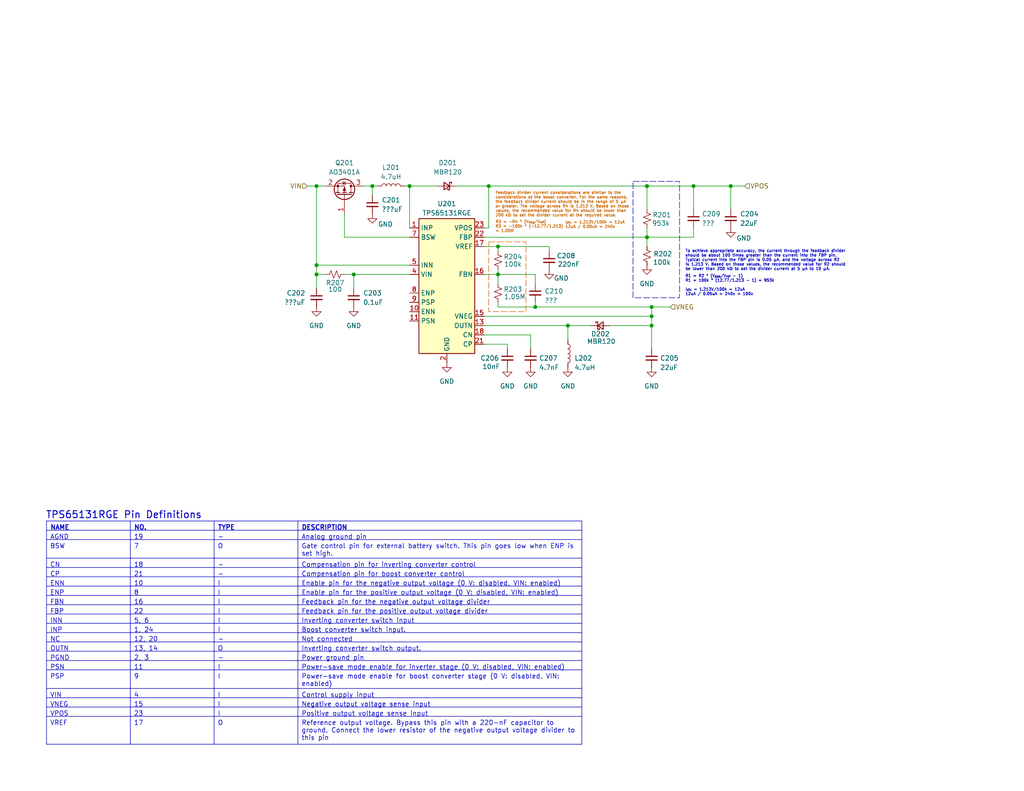
<source format=kicad_sch>
(kicad_sch (version 20250114) (generator "eeschema") (generator_version "9.0")
  (paper "A")
  (title_block (title "Dual Rail Boost Converter") (date "2026-02-17") (rev "1.0") (company "Jacob Wigent"))
  (lib_symbols
    (symbol "Device:C_Small" (pin_numbers (hide yes)) (pin_names (offset 0.254) (hide yes))
      (property "Reference" "C" (at 0.254 1.778 0))
      (property "Value" "C_Small" (at 0.254 -2.032 0))
      (symbol "C_Small_0_1"
        (polyline (pts (xy -1.524 0.508) (xy 1.524 0.508)) (stroke (width 0.3048)))
        (polyline (pts (xy -1.524 -0.508) (xy 1.524 -0.508)) (stroke (width 0.3302)))
      )
      (symbol "C_Small_1_1"
        (pin passive line (at 0 2.54 270) (length 2.032) (name "~") (number "1"))
        (pin passive line (at 0 -2.54 90) (length 2.032) (name "~") (number "2"))
      )
    )
    (symbol "Device:D_Schottky_Small" (pin_numbers (hide yes)) (pin_names (offset 0.254) (hide yes))
      (property "Reference" "D" (at -1.27 2.032 0))
      (property "Value" "D_Schottky_Small" (at -7.112 -2.032 0))
      (symbol "D_Schottky_Small_0_1"
        (polyline (pts (xy -1.27 0.762) (xy -1.27 1.016) (xy -0.762 1.016) (xy -0.762 -1.016) (xy -0.254 -1.016) (xy -0.254 -0.762)) (stroke (width 0.254)))
        (polyline (pts (xy -0.762 0) (xy 0.762 0)))
        (polyline (pts (xy 0.762 -1.016) (xy -0.762 0) (xy 0.762 1.016) (xy 0.762 -1.016)) (stroke (width 0.254)))
      )
      (symbol "D_Schottky_Small_1_1"
        (pin passive line (at -2.54 0 0) (length 1.778) (name "K") (number "1"))
        (pin passive line (at 2.54 0 180) (length 1.778) (name "A") (number "2"))
      )
    )
    (symbol "Device:L" (pin_numbers (hide yes)) (pin_names (offset 1.016) (hide yes))
      (property "Reference" "L" (at -1.27 0 90))
      (property "Value" "L" (at 1.905 0 90))
      (symbol "L_0_1"
        (arc (start 0 2.54) (mid 0.6323 1.905) (end 0 1.27))
        (arc (start 0 1.27) (mid 0.6323 0.635) (end 0 0))
        (arc (start 0 0) (mid 0.6323 -0.635) (end 0 -1.27))
        (arc (start 0 -1.27) (mid 0.6323 -1.905) (end 0 -2.54))
      )
      (symbol "L_1_1"
        (pin passive line (at 0 3.81 270) (length 1.27) (name "1") (number "1"))
        (pin passive line (at 0 -3.81 90) (length 1.27) (name "2") (number "2"))
      )
    )
    (symbol "Device:R_Small_US" (pin_numbers (hide yes)) (pin_names (offset 0.254) (hide yes))
      (property "Reference" "R" (at 0.762 0.508 0))
      (property "Value" "R_Small_US" (at 0.762 -1.016 0))
      (symbol "R_Small_US_1_1"
        (polyline (pts (xy 0 1.524) (xy 1.016 1.143) (xy 0 0.762) (xy -1.016 0.381) (xy 0 0)))
        (polyline (pts (xy 0 0) (xy 1.016 -0.381) (xy 0 -0.762) (xy -1.016 -1.143) (xy 0 -1.524)))
        (pin passive line (at 0 2.54 270) (length 1.016) (name "~") (number "1"))
        (pin passive line (at 0 -2.54 90) (length 1.016) (name "~") (number "2"))
      )
    )
    (symbol "Regulator_Switching:TPS65131RGE"
      (property "Reference" "U201" (at 0 21.844 0))
      (property "Value" "TPS65131RGE" (at 0 19.304 0))
      (symbol "TPS65131RGE_0_1"
        (rectangle (start -7.62 17.78) (end 7.62 -19.05) (stroke (width 0.254)) (fill (type background)))
      )
      (symbol "TPS65131RGE_1_1"
        (pin input line (at -10.16 15.24 0) (length 2.54) (name "INP") (number "1"))
        (pin input line (at -10.16 15.24 0) (length 2.54) (hide yes) (name "INP") (number "24"))
        (pin output line (at -10.16 12.7 0) (length 2.54) (name "BSW") (number "7"))
        (pin input line (at -10.16 5.08 0) (length 2.54) (name "INN") (number "5"))
        (pin input line (at -10.16 5.08 0) (length 2.54) (hide yes) (name "INN") (number "6"))
        (pin power_in line (at -10.16 2.54 0) (length 2.54) (name "VIN") (number "4"))
        (pin input line (at -10.16 -2.54 0) (length 2.54) (name "ENP") (number "8"))
        (pin input line (at -10.16 -5.08 0) (length 2.54) (name "PSP") (number "9"))
        (pin input line (at -10.16 -7.62 0) (length 2.54) (name "ENN") (number "10"))
        (pin input line (at -10.16 -10.16 0) (length 2.54) (name "PSN") (number "11"))
        (pin no_connect line (at -7.62 10.16 0) (length 2.54) (hide yes) (name "NC") (number "20"))
        (pin no_connect line (at -7.62 7.62 0) (length 2.54) (hide yes) (name "NC") (number "12"))
        (pin power_in line (at 0 -21.59 90) (length 2.54) (hide yes) (name "GND") (number "19"))
        (pin power_in line (at 0 -21.59 90) (length 2.54) (name "GND") (number "2"))
        (pin passive line (at 0 -21.59 90) (length 2.54) (hide yes) (name "EP") (number "25"))
        (pin passive line (at 0 -21.59 90) (length 2.54) (hide yes) (name "PGND") (number "3"))
        (pin input line (at 10.16 15.24 180) (length 2.54) (name "VPOS") (number "23"))
        (pin input line (at 10.16 12.7 180) (length 2.54) (name "FBP") (number "22"))
        (pin output line (at 10.16 10.16 180) (length 2.54) (name "VREF") (number "17"))
        (pin input line (at 10.16 2.54 180) (length 2.54) (name "FBN") (number "16"))
        (pin input line (at 10.16 -8.89 180) (length 2.54) (name "VNEG") (number "15"))
        (pin output line (at 10.16 -11.43 180) (length 2.54) (name "OUTN") (number "13"))
        (pin passive line (at 10.16 -11.43 180) (length 2.54) (hide yes) (name "OUTN") (number "14"))
        (pin passive line (at 10.16 -13.97 180) (length 2.54) (name "CN") (number "18"))
        (pin passive line (at 10.16 -16.51 180) (length 2.54) (name "CP") (number "21"))
      )
    )
    (symbol "Transistor_FET:AO3401A" (pin_names (hide yes))
      (property "Reference" "Q" (at 5.08 1.905 0))
      (property "Value" "AO3401A" (at 5.08 0 0))
      (symbol "AO3401A_0_1"
        (polyline (pts (xy 0.254 1.905) (xy 0.254 -1.905)) (stroke (width 0.254)))
        (polyline (pts (xy 0.254 0) (xy -2.54 0)))
        (polyline (pts (xy 0.762 2.286) (xy 0.762 1.27)) (stroke (width 0.254)))
        (polyline (pts (xy 0.762 1.778) (xy 3.302 1.778) (xy 3.302 -1.778) (xy 0.762 -1.778)))
        (polyline (pts (xy 0.762 0.508) (xy 0.762 -0.508)) (stroke (width 0.254)))
        (polyline (pts (xy 0.762 -1.27) (xy 0.762 -2.286)) (stroke (width 0.254)))
        (circle (center 1.651 0) (radius 2.794) (stroke (width 0.254)))
        (polyline (pts (xy 2.286 0) (xy 1.27 0.381) (xy 1.27 -0.381) (xy 2.286 0)) (fill (type outline)))
        (polyline (pts (xy 2.54 2.54) (xy 2.54 1.778)))
        (circle (center 2.54 1.778) (radius 0.254) (fill (type outline)))
        (circle (center 2.54 -1.778) (radius 0.254) (fill (type outline)))
        (polyline (pts (xy 2.54 -2.54) (xy 2.54 0) (xy 0.762 0)))
        (polyline (pts (xy 2.794 -0.508) (xy 2.921 -0.381) (xy 3.683 -0.381) (xy 3.81 -0.254)))
        (polyline (pts (xy 3.302 -0.381) (xy 2.921 0.254) (xy 3.683 0.254) (xy 3.302 -0.381)))
      )
      (symbol "AO3401A_1_1"
        (pin input line (at -5.08 0 0) (length 2.54) (name "G") (number "1"))
        (pin passive line (at 2.54 5.08 270) (length 2.54) (name "D") (number "3"))
        (pin passive line (at 2.54 -5.08 90) (length 2.54) (name "S") (number "2"))
      )
    )
    (symbol "power:GND" (power) (pin_numbers (hide yes)) (pin_names (offset 0) (hide yes))
      (property "Value" "GND" (at 0 -3.81 0))
      (symbol "GND_0_1"
        (polyline (pts (xy 0 0) (xy 0 -1.27) (xy 1.27 -1.27) (xy 0 -2.54) (xy -1.27 -1.27) (xy 0 -1.27)))
      )
      (symbol "GND_1_1"
        (pin power_in line (at 0 0 270) (length 0) (name "~") (number "1"))
      )
    )
  )
  (rectangle (start 133.35 66.04) (end 143.51 85.09) (stroke (width 0) (type dash) (color 204 102 0 1)))
  (rectangle (start 172.72 49.53) (end 185.42 81.28) (stroke (width 0) (type dash)))
  (text "R1 = R2 * (V_{pos}/V_{ref} - 1)\nR1 = 100k * (12.77/1.213 - 1) = 953k\n\nI_{div} = 1.213V/100k = 12uA\n12uA / 0.05uA = 240x > 100x" (at 186.944 77.978 0) (effects (font (size 0.762 0.762) (thickness 0.1524) (bold yes)) (justify left)))
  (text "I_{div} = 1.213V/100k = 12uA\n12uA / 0.05uA = 240x" (at 154.178 61.468 0) (effects (font (size 0.762 0.762)) (justify left)))
  (text "R3 = -R4 * (V_{neg}/V_{ref})\nR3 = -100k * (-12.77/1.213)\n= 1.05M" (at 135.128 61.976 0) (effects (font (size 0.762 0.762) (thickness 0.1524) (bold yes)) (justify left)))
  (text "TPS65131RGE Pin Definitions" (at 12.446 140.716 0) (effects (font (size 1.905 1.905) (thickness 0.254) (bold yes)) (justify left)))
  (text "To achieve appropriate accuracy, the current through the feedback divider\nshould be about 100 times greater than the current into the FBP pin.\nTypical current into the FBP pin is 0.05 µA, and the voltage across R2 \nis 1.213 V. Based on those values, the recommended value for R2 should\nbe lower than 200 kΩ to set the divider current at 5 µA to 10 µA." (at 186.944 71.12 0) (effects (font (size 0.762 0.762)) (justify left)))
  (text "Feedback divider current considerations are similar to the\nconsiderations at the boost converter. For the same reasons,\nthe feedback divider current should be in the range of 5 µA\nor greater. The voltage across R4 is 1.213 V. Based on those\nvalues, the recommended value for R4 should be lower than\n200 kΩ to set the divider current at the required value." (at 135.128 55.88 0) (effects (font (size 0.762 0.762)) (justify left)))
  (junction (at 176.53 64.77))
  (junction (at 86.36 72.39))
  (junction (at 189.23 50.8))
  (junction (at 177.8 83.82))
  (junction (at 177.8 88.9))
  (junction (at 86.36 74.93))
  (junction (at 146.05 83.82))
  (junction (at 176.53 50.8))
  (junction (at 111.76 50.8))
  (junction (at 135.89 67.31))
  (junction (at 86.36 50.8))
  (junction (at 133.35 50.8))
  (junction (at 96.52 74.93))
  (junction (at 154.94 88.9))
  (junction (at 199.39 50.8))
  (junction (at 135.89 74.93))
  (junction (at 101.6 50.8))
  (junction (at 177.8 86.36))
  (wire (pts (xy 135.89 73.66) (xy 135.89 74.93)))
  (wire (pts (xy 135.89 83.82) (xy 146.05 83.82)))
  (wire (pts (xy 146.05 83.82) (xy 177.8 83.82)))
  (wire (pts (xy 86.36 74.93) (xy 88.9 74.93)))
  (wire (pts (xy 199.39 57.15) (xy 199.39 50.8)))
  (wire (pts (xy 154.94 88.9) (xy 154.94 92.71)))
  (wire (pts (xy 149.86 67.31) (xy 149.86 68.58)))
  (wire (pts (xy 132.08 93.98) (xy 138.43 93.98)))
  (wire (pts (xy 101.6 50.8) (xy 101.6 53.34)))
  (wire (pts (xy 132.08 91.44) (xy 144.78 91.44)))
  (wire (pts (xy 189.23 57.15) (xy 189.23 50.8)))
  (wire (pts (xy 93.98 64.77) (xy 111.76 64.77)))
  (wire (pts (xy 189.23 50.8) (xy 199.39 50.8)))
  (wire (pts (xy 96.52 74.93) (xy 96.52 78.74)))
  (wire (pts (xy 154.94 88.9) (xy 161.29 88.9)))
  (wire (pts (xy 96.52 74.93) (xy 111.76 74.93)))
  (wire (pts (xy 199.39 50.8) (xy 203.2 50.8)))
  (wire (pts (xy 132.08 74.93) (xy 135.89 74.93)))
  (wire (pts (xy 86.36 72.39) (xy 111.76 72.39)))
  (wire (pts (xy 132.08 64.77) (xy 176.53 64.77)))
  (wire (pts (xy 111.76 50.8) (xy 110.49 50.8)))
  (wire (pts (xy 135.89 77.47) (xy 135.89 74.93)))
  (wire (pts (xy 146.05 77.47) (xy 146.05 74.93)))
  (wire (pts (xy 177.8 83.82) (xy 177.8 86.36)))
  (wire (pts (xy 138.43 93.98) (xy 138.43 95.25)))
  (wire (pts (xy 86.36 74.93) (xy 86.36 78.74)))
  (wire (pts (xy 166.37 88.9) (xy 177.8 88.9)))
  (wire (pts (xy 132.08 62.23) (xy 133.35 62.23)))
  (wire (pts (xy 189.23 64.77) (xy 189.23 62.23)))
  (wire (pts (xy 133.35 62.23) (xy 133.35 50.8)))
  (wire (pts (xy 83.82 50.8) (xy 86.36 50.8)))
  (wire (pts (xy 93.98 74.93) (xy 96.52 74.93)))
  (wire (pts (xy 146.05 74.93) (xy 135.89 74.93)))
  (wire (pts (xy 101.6 50.8) (xy 99.06 50.8)))
  (wire (pts (xy 86.36 72.39) (xy 86.36 74.93)))
  (wire (pts (xy 86.36 50.8) (xy 86.36 72.39)))
  (wire (pts (xy 133.35 50.8) (xy 176.53 50.8)))
  (wire (pts (xy 135.89 67.31) (xy 149.86 67.31)))
  (wire (pts (xy 176.53 50.8) (xy 189.23 50.8)))
  (wire (pts (xy 176.53 64.77) (xy 176.53 67.31)))
  (wire (pts (xy 86.36 50.8) (xy 88.9 50.8)))
  (wire (pts (xy 177.8 86.36) (xy 177.8 88.9)))
  (wire (pts (xy 111.76 50.8) (xy 111.76 62.23)))
  (wire (pts (xy 111.76 50.8) (xy 119.38 50.8)))
  (wire (pts (xy 146.05 82.55) (xy 146.05 83.82)))
  (wire (pts (xy 177.8 88.9) (xy 177.8 95.25)))
  (wire (pts (xy 176.53 64.77) (xy 189.23 64.77)))
  (wire (pts (xy 132.08 67.31) (xy 135.89 67.31)))
  (wire (pts (xy 102.87 50.8) (xy 101.6 50.8)))
  (wire (pts (xy 135.89 83.82) (xy 135.89 82.55)))
  (wire (pts (xy 132.08 88.9) (xy 154.94 88.9)))
  (wire (pts (xy 177.8 83.82) (xy 182.88 83.82)))
  (wire (pts (xy 133.35 50.8) (xy 124.46 50.8)))
  (wire (pts (xy 144.78 91.44) (xy 144.78 95.25)))
  (wire (pts (xy 176.53 57.15) (xy 176.53 50.8)))
  (wire (pts (xy 132.08 86.36) (xy 177.8 86.36)))
  (wire (pts (xy 176.53 62.23) (xy 176.53 64.77)))
  (wire (pts (xy 135.89 67.31) (xy 135.89 68.58)))
  (wire (pts (xy 93.98 64.77) (xy 93.98 58.42)))
  (table (column_count 4) (border (external yes) (header yes)) (separators (rows yes) (cols yes)) (column_widths 22.86 22.86 22.86 77.47) (row_heights 2.54 2.54 5.08 2.54 2.54 2.54 2.54 2.54 2.54 2.54 2.54 2.54 2.54 2.54 2.54 5.08 2.54 2.54 2.54 7.62) (cells (table_cell "NAME" (at 12.7 142.24 0) (size 22.86 2.54) (margins 0.9525 0.9525 0.9525 0.9525) (span 1 1)) (table_cell "NO." (at 35.56 142.24 0) (size 22.86 2.54) (margins 0.9525 0.9525 0.9525 0.9525) (span 1 1)) (table_cell "TYPE" (at 58.42 142.24 0) (size 22.86 2.54) (margins 0.9525 0.9525 0.9525 0.9525) (span 1 1)) (table_cell "DESCRIPTION" (at 81.28 142.24 0) (size 77.47 2.54) (margins 0.9525 0.9525 0.9525 0.9525) (span 1 1)) (table_cell "AGND" (at 12.7 144.78 0) (size 22.86 2.54) (margins 0.9525 0.9525 0.9525 0.9525) (span 1 1)) (table_cell "19" (at 35.56 144.78 0) (size 22.86 2.54) (margins 0.9525 0.9525 0.9525 0.9525) (span 1 1)) (table_cell "-" (at 58.42 144.78 0) (size 22.86 2.54) (margins 0.9525 0.9525 0.9525 0.9525) (span 1 1)) (table_cell "Analog ground pin" (at 81.28 144.78 0) (size 77.47 2.54) (margins 0.9525 0.9525 0.9525 0.9525) (span 1 1)) (table_cell "BSW" (at 12.7 147.32 0) (size 22.86 5.08) (margins 0.9525 0.9525 0.9525 0.9525) (span 1 1)) (table_cell "7" (at 35.56 147.32 0) (size 22.86 5.08) (margins 0.9525 0.9525 0.9525 0.9525) (span 1 1)) (table_cell "O" (at 58.42 147.32 0) (size 22.86 5.08) (margins 0.9525 0.9525 0.9525 0.9525) (span 1 1)) (table_cell "Gate control pin for external battery switch. This pin goes low when ENP is set high." (at 81.28 147.32 0) (size 77.47 5.08) (margins 0.9525 0.9525 0.9525 0.9525) (span 1 1)) (table_cell "CN" (at 12.7 152.4 0) (size 22.86 2.54) (margins 0.9525 0.9525 0.9525 0.9525) (span 1 1)) (table_cell "18" (at 35.56 152.4 0) (size 22.86 2.54) (margins 0.9525 0.9525 0.9525 0.9525) (span 1 1)) (table_cell "-" (at 58.42 152.4 0) (size 22.86 2.54) (margins 0.9525 0.9525 0.9525 0.9525) (span 1 1)) (table_cell "Compensation pin for inverting converter control" (at 81.28 152.4 0) (size 77.47 2.54) (margins 0.9525 0.9525 0.9525 0.9525) (span 1 1)) (table_cell "CP" (at 12.7 154.94 0) (size 22.86 2.54) (margins 0.9525 0.9525 0.9525 0.9525) (span 1 1)) (table_cell "21" (at 35.56 154.94 0) (size 22.86 2.54) (margins 0.9525 0.9525 0.9525 0.9525) (span 1 1)) (table_cell "-" (at 58.42 154.94 0) (size 22.86 2.54) (margins 0.9525 0.9525 0.9525 0.9525) (span 1 1)) (table_cell "Compensation pin for boost converter control" (at 81.28 154.94 0) (size 77.47 2.54) (margins 0.9525 0.9525 0.9525 0.9525) (span 1 1)) (table_cell "ENN" (at 12.7 157.48 0) (size 22.86 2.54) (margins 0.9525 0.9525 0.9525 0.9525) (span 1 1)) (table_cell "10" (at 35.56 157.48 0) (size 22.86 2.54) (margins 0.9525 0.9525 0.9525 0.9525) (span 1 1)) (table_cell "I" (at 58.42 157.48 0) (size 22.86 2.54) (margins 0.9525 0.9525 0.9525 0.9525) (span 1 1)) (table_cell "Enable pin for the negative output voltage (0 V: disabled, VIN: enabled)" (at 81.28 157.48 0) (size 77.47 2.54) (margins 0.9525 0.9525 0.9525 0.9525) (span 1 1)) (table_cell "ENP" (at 12.7 160.02 0) (size 22.86 2.54) (margins 0.9525 0.9525 0.9525 0.9525) (span 1 1)) (table_cell "8" (at 35.56 160.02 0) (size 22.86 2.54) (margins 0.9525 0.9525 0.9525 0.9525) (span 1 1)) (table_cell "I" (at 58.42 160.02 0) (size 22.86 2.54) (margins 0.9525 0.9525 0.9525 0.9525) (span 1 1)) (table_cell "Enable pin for the positive output voltage (0 V: disabled, VIN: enabled)" (at 81.28 160.02 0) (size 77.47 2.54) (margins 0.9525 0.9525 0.9525 0.9525) (span 1 1)) (table_cell "FBN" (at 12.7 162.56 0) (size 22.86 2.54) (margins 0.9525 0.9525 0.9525 0.9525) (span 1 1)) (table_cell "16" (at 35.56 162.56 0) (size 22.86 2.54) (margins 0.9525 0.9525 0.9525 0.9525) (span 1 1)) (table_cell "I" (at 58.42 162.56 0) (size 22.86 2.54) (margins 0.9525 0.9525 0.9525 0.9525) (span 1 1)) (table_cell "Feedback pin for the negative output voltage divider" (at 81.28 162.56 0) (size 77.47 2.54) (margins 0.9525 0.9525 0.9525 0.9525) (span 1 1)) (table_cell "FBP" (at 12.7 165.1 0) (size 22.86 2.54) (margins 0.9525 0.9525 0.9525 0.9525) (span 1 1)) (table_cell "22" (at 35.56 165.1 0) (size 22.86 2.54) (margins 0.9525 0.9525 0.9525 0.9525) (span 1 1)) (table_cell "I" (at 58.42 165.1 0) (size 22.86 2.54) (margins 0.9525 0.9525 0.9525 0.9525) (span 1 1)) (table_cell "Feedback pin for the positive output voltage divider" (at 81.28 165.1 0) (size 77.47 2.54) (margins 0.9525 0.9525 0.9525 0.9525) (span 1 1)) (table_cell "INN" (at 12.7 167.64 0) (size 22.86 2.54) (margins 0.9525 0.9525 0.9525 0.9525) (span 1 1)) (table_cell "5, 6" (at 35.56 167.64 0) (size 22.86 2.54) (margins 0.9525 0.9525 0.9525 0.9525) (span 1 1)) (table_cell "I" (at 58.42 167.64 0) (size 22.86 2.54) (margins 0.9525 0.9525 0.9525 0.9525) (span 1 1)) (table_cell "Inverting converter switch input" (at 81.28 167.64 0) (size 77.47 2.54) (margins 0.9525 0.9525 0.9525 0.9525) (span 1 1)) (table_cell "INP" (at 12.7 170.18 0) (size 22.86 2.54) (margins 0.9525 0.9525 0.9525 0.9525) (span 1 1)) (table_cell "1, 24" (at 35.56 170.18 0) (size 22.86 2.54) (margins 0.9525 0.9525 0.9525 0.9525) (span 1 1)) (table_cell "I" (at 58.42 170.18 0) (size 22.86 2.54) (margins 0.9525 0.9525 0.9525 0.9525) (span 1 1)) (table_cell "Boost converter switch input." (at 81.28 170.18 0) (size 77.47 2.54) (margins 0.9525 0.9525 0.9525 0.9525) (span 1 1)) (table_cell "NC" (at 12.7 172.72 0) (size 22.86 2.54) (margins 0.9525 0.9525 0.9525 0.9525) (span 1 1)) (table_cell "12, 20" (at 35.56 172.72 0) (size 22.86 2.54) (margins 0.9525 0.9525 0.9525 0.9525) (span 1 1)) (table_cell "-" (at 58.42 172.72 0) (size 22.86 2.54) (margins 0.9525 0.9525 0.9525 0.9525) (span 1 1)) (table_cell "Not connected" (at 81.28 172.72 0) (size 77.47 2.54) (margins 0.9525 0.9525 0.9525 0.9525) (span 1 1)) (table_cell "OUTN" (at 12.7 175.26 0) (size 22.86 2.54) (margins 0.9525 0.9525 0.9525 0.9525) (span 1 1)) (table_cell "13, 14" (at 35.56 175.26 0) (size 22.86 2.54) (margins 0.9525 0.9525 0.9525 0.9525) (span 1 1)) (table_cell "O" (at 58.42 175.26 0) (size 22.86 2.54) (margins 0.9525 0.9525 0.9525 0.9525) (span 1 1)) (table_cell "Inverting converter switch output." (at 81.28 175.26 0) (size 77.47 2.54) (margins 0.9525 0.9525 0.9525 0.9525) (span 1 1)) (table_cell "PGND" (at 12.7 177.8 0) (size 22.86 2.54) (margins 0.9525 0.9525 0.9525 0.9525) (span 1 1)) (table_cell "2, 3" (at 35.56 177.8 0) (size 22.86 2.54) (margins 0.9525 0.9525 0.9525 0.9525) (span 1 1)) (table_cell "-" (at 58.42 177.8 0) (size 22.86 2.54) (margins 0.9525 0.9525 0.9525 0.9525) (span 1 1)) (table_cell "Power ground pin" (at 81.28 177.8 0) (size 77.47 2.54) (margins 0.9525 0.9525 0.9525 0.9525) (span 1 1)) (table_cell "PSN" (at 12.7 180.34 0) (size 22.86 2.54) (margins 0.9525 0.9525 0.9525 0.9525) (span 1 1)) (table_cell "11" (at 35.56 180.34 0) (size 22.86 2.54) (margins 0.9525 0.9525 0.9525 0.9525) (span 1 1)) (table_cell "I" (at 58.42 180.34 0) (size 22.86 2.54) (margins 0.9525 0.9525 0.9525 0.9525) (span 1 1)) (table_cell "Power-save mode enable for inverter stage (0 V: disabled, VIN: enabled)" (at 81.28 180.34 0) (size 77.47 2.54) (margins 0.9525 0.9525 0.9525 0.9525) (span 1 1)) (table_cell "PSP" (at 12.7 182.88 0) (size 22.86 5.08) (margins 0.9525 0.9525 0.9525 0.9525) (span 1 1)) (table_cell "9" (at 35.56 182.88 0) (size 22.86 5.08) (margins 0.9525 0.9525 0.9525 0.9525) (span 1 1)) (table_cell "I" (at 58.42 182.88 0) (size 22.86 5.08) (margins 0.9525 0.9525 0.9525 0.9525) (span 1 1)) (table_cell "Power-save mode enable for boost converter stage (0 V: disabled, VIN: enabled)" (at 81.28 182.88 0) (size 77.47 5.08) (margins 0.9525 0.9525 0.9525 0.9525) (span 1 1)) (table_cell "VIN" (at 12.7 187.96 0) (size 22.86 2.54) (margins 0.9525 0.9525 0.9525 0.9525) (span 1 1)) (table_cell "4" (at 35.56 187.96 0) (size 22.86 2.54) (margins 0.9525 0.9525 0.9525 0.9525) (span 1 1)) (table_cell "I" (at 58.42 187.96 0) (size 22.86 2.54) (margins 0.9525 0.9525 0.9525 0.9525) (span 1 1)) (table_cell "Control supply input" (at 81.28 187.96 0) (size 77.47 2.54) (margins 0.9525 0.9525 0.9525 0.9525) (span 1 1)) (table_cell "VNEG" (at 12.7 190.5 0) (size 22.86 2.54) (margins 0.9525 0.9525 0.9525 0.9525) (span 1 1)) (table_cell "15" (at 35.56 190.5 0) (size 22.86 2.54) (margins 0.9525 0.9525 0.9525 0.9525) (span 1 1)) (table_cell "I" (at 58.42 190.5 0) (size 22.86 2.54) (margins 0.9525 0.9525 0.9525 0.9525) (span 1 1)) (table_cell "Negative output voltage sense input" (at 81.28 190.5 0) (size 77.47 2.54) (margins 0.9525 0.9525 0.9525 0.9525) (span 1 1)) (table_cell "VPOS" (at 12.7 193.04 0) (size 22.86 2.54) (margins 0.9525 0.9525 0.9525 0.9525) (span 1 1)) (table_cell "23" (at 35.56 193.04 0) (size 22.86 2.54) (margins 0.9525 0.9525 0.9525 0.9525) (span 1 1)) (table_cell "I" (at 58.42 193.04 0) (size 22.86 2.54) (margins 0.9525 0.9525 0.9525 0.9525) (span 1 1)) (table_cell "Positive output voltage sense input" (at 81.28 193.04 0) (size 77.47 2.54) (margins 0.9525 0.9525 0.9525 0.9525) (span 1 1)) (table_cell "VREF" (at 12.7 195.58 0) (size 22.86 7.62) (margins 0.9525 0.9525 0.9525 0.9525) (span 1 1)) (table_cell "17" (at 35.56 195.58 0) (size 22.86 7.62) (margins 0.9525 0.9525 0.9525 0.9525) (span 1 1)) (table_cell "O" (at 58.42 195.58 0) (size 22.86 7.62) (margins 0.9525 0.9525 0.9525 0.9525) (span 1 1)) (table_cell "Reference output voltage. Bypass this pin with a 220-nF capacitor to ground. Connect the lower resistor of the negative output voltage divider to this pin" (at 81.28 195.58 0) (size 77.47 7.62) (margins 0.9525 0.9525 0.9525 0.9525) (span 1 1))))
  (hierarchical_label "VIN" (shape input) (at 83.82 50.8 180))
  (hierarchical_label "VPOS" (shape input) (at 203.2 50.8 0))
  (hierarchical_label "VNEG" (shape input) (at 182.88 83.82 0))
  (symbol (lib_id "Device:L") (at 106.68 50.8 90) (unit 1)
    (property "Reference" "L201" (at 106.68 45.72 90))
    (property "Value" "4.7uH" (at 106.68 48.26 90))
    (property "Datasheet" "https://www.digikey.com/en/products/detail/epcos-tdk-electronics/B82462G4472M000/723768" (effects (hide yes)))
    (property "Description" "Inductor" (effects (hide yes)))
  )
  (symbol (lib_id "Device:R_Small_US") (at 176.53 69.85 180) (unit 1)
    (property "Reference" "R202" (at 180.848 69.342 0))
    (property "Value" "100k" (at 180.594 71.628 0))
    (property "Description" "Resistor, small US symbol" (effects (hide yes)))
  )
  (symbol (lib_id "Device:D_Schottky_Small") (at 121.92 50.8 0) (mirror y) (unit 1)
    (property "Reference" "D201" (at 122.174 44.45 0))
    (property "Value" "MBR120" (at 122.174 46.99 0))
    (property "Footprint" "Diode_SMD:D_SOD-123F" (effects (hide yes)))
    (property "Datasheet" "https://www.digikey.com/en/products/detail/onsemi/MBR120VLSFT1G/893861" (effects (hide yes)))
    (property "Description" "Schottky diode, small symbol" (effects (hide yes)))
  )
  (symbol (lib_id "power:GND") (at 121.92 99.06 0) (unit 1)
    (property "Reference" "#PWR0207" (effects (hide yes)))
    (property "Value" "GND" (at 121.92 104.14 0))
    (property "Description" "Power symbol creates a global label with name \"GND\" , ground" (effects (hide yes)))
  )
  (symbol (lib_id "Device:R_Small_US") (at 176.53 59.69 180) (unit 1)
    (property "Reference" "R201" (at 180.594 58.674 0))
    (property "Value" "953k" (at 180.34 60.96 0))
    (property "Description" "Resistor, small US symbol" (effects (hide yes)))
  )
  (symbol (lib_id "power:GND") (at 96.52 83.82 0) (unit 1)
    (property "Reference" "#PWR0206" (effects (hide yes)))
    (property "Value" "GND" (at 96.52 88.9 0))
    (property "Description" "Power symbol creates a global label with name \"GND\" , ground" (effects (hide yes)))
  )
  (symbol (lib_id "Device:C_Small") (at 199.39 59.69 0) (unit 1)
    (property "Reference" "C204" (at 201.93 58.4262 0) (effects (justify left)))
    (property "Value" "22uF" (at 201.93 60.9662 0) (effects (justify left)))
    (property "Description" "Ceramic X7R" (effects (hide yes)))
  )
  (symbol (lib_id "power:GND") (at 199.39 62.23 0) (unit 1)
    (property "Reference" "#PWR0202" (effects (hide yes)))
    (property "Value" "GND" (at 202.946 65.024 0))
    (property "Description" "Power symbol creates a global label with name \"GND\" , ground" (effects (hide yes)))
  )
  (symbol (lib_id "Device:R_Small_US") (at 135.89 80.01 180) (unit 1)
    (property "Reference" "R203" (at 139.954 78.994 0))
    (property "Value" "1.05M" (at 140.462 81.026 0))
    (property "Description" "Resistor, small US symbol" (effects (hide yes)))
  )
  (symbol (lib_id "Device:C_Small") (at 189.23 59.69 0) (unit 1)
    (property "Reference" "C209" (at 191.516 58.42 0) (effects (justify left)))
    (property "Value" "???" (at 191.516 60.96 0) (effects (justify left)))
    (property "Description" "Unpolarized capacitor, small symbol" (effects (hide yes)))
  )
  (symbol (lib_id "power:GND") (at 154.94 100.33 0) (unit 1)
    (property "Reference" "#PWR0210" (effects (hide yes)))
    (property "Value" "GND" (at 154.94 105.41 0))
    (property "Description" "Power symbol creates a global label with name \"GND\" , ground" (effects (hide yes)))
  )
  (symbol (lib_id "Device:R_Small_US") (at 135.89 71.12 180) (unit 1)
    (property "Reference" "R204" (at 139.954 70.104 0))
    (property "Value" "100k" (at 139.954 72.136 0))
    (property "Description" "Resistor, small US symbol" (effects (hide yes)))
  )
  (symbol (lib_id "Device:C_Small") (at 144.78 97.79 0) (unit 1)
    (property "Reference" "C207" (at 147.066 97.79 0) (effects (justify left)))
    (property "Value" "4.7nF" (at 147.066 100.33 0) (effects (justify left)))
    (property "Description" "Ceramic C0G" (effects (hide yes)))
  )
  (symbol (lib_id "power:GND") (at 101.6 58.42 0) (unit 1)
    (property "Reference" "#PWR0201" (effects (hide yes)))
    (property "Value" "GND" (at 105.156 61.214 0))
    (property "Description" "Power symbol creates a global label with name \"GND\" , ground" (effects (hide yes)))
  )
  (symbol (lib_id "power:GND") (at 176.53 72.39 0) (unit 1)
    (property "Reference" "#PWR0204" (effects (hide yes)))
    (property "Value" "GND" (at 176.53 77.47 0))
    (property "Description" "Power symbol creates a global label with name \"GND\" , ground" (effects (hide yes)))
  )
  (symbol (lib_id "Device:C_Small") (at 86.36 81.28 0) (mirror y) (unit 1)
    (property "Reference" "C202" (at 83.312 80.01 0) (effects (justify left)))
    (property "Value" "???uF" (at 83.312 82.55 0) (effects (justify left)))
    (property "Description" "Ceramic X5R" (effects (hide yes)))
  )
  (symbol (lib_id "power:GND") (at 177.8 100.33 0) (unit 1)
    (property "Reference" "#PWR0211" (effects (hide yes)))
    (property "Value" "GND" (at 177.8 105.41 0))
    (property "Description" "Power symbol creates a global label with name \"GND\" , ground" (effects (hide yes)))
  )
  (symbol (lib_id "Device:C_Small") (at 177.8 97.79 0) (unit 1)
    (property "Reference" "C205" (at 180.086 97.79 0) (effects (justify left)))
    (property "Value" "22uF" (at 180.086 100.33 0) (effects (justify left)))
    (property "Description" "Ceramic X7R" (effects (hide yes)))
  )
  (symbol (lib_id "Device:D_Schottky_Small") (at 163.83 88.9 0) (unit 1)
    (property "Reference" "D202" (at 163.83 91.186 0))
    (property "Value" "MBR120" (at 164.084 93.218 0))
    (property "Footprint" "Diode_SMD:D_SOD-123F" (effects (hide yes)))
    (property "Datasheet" "https://www.digikey.com/en/products/detail/onsemi/MBR120VLSFT1G/893861" (effects (hide yes)))
    (property "Description" "Schottky diode, small symbol" (effects (hide yes)))
  )
  (symbol (lib_id "power:GND") (at 86.36 83.82 0) (mirror y) (unit 1)
    (property "Reference" "#PWR0205" (effects (hide yes)))
    (property "Value" "GND" (at 86.36 88.9 0))
    (property "Description" "Power symbol creates a global label with name \"GND\" , ground" (effects (hide yes)))
  )
  (symbol (lib_id "power:GND") (at 144.78 100.33 0) (unit 1)
    (property "Reference" "#PWR0209" (effects (hide yes)))
    (property "Value" "GND" (at 144.78 105.41 0))
    (property "Description" "Power symbol creates a global label with name \"GND\" , ground" (effects (hide yes)))
  )
  (symbol (lib_id "Transistor_FET:AO3401A") (at 93.98 53.34 270) (mirror x) (unit 1)
    (property "Reference" "Q201" (at 93.98 44.45 90))
    (property "Value" "AO3401A" (at 93.98 46.99 90))
    (property "Footprint" "Package_TO_SOT_SMD:SOT-23" (effects (hide yes)))
    (property "Datasheet" "https://www.digikey.com/en/products/detail/alpha-omega-semiconductor-inc/AO3401A/1855773" (effects (hide yes)))
    (property "Description" "-4.0A Id, -30V Vds, P-Channel MOSFET, SOT-23" (effects (hide yes)))
  )
  (symbol (lib_id "Device:C_Small") (at 101.6 55.88 0) (unit 1)
    (property "Reference" "C201" (at 104.14 54.6162 0) (effects (justify left)))
    (property "Value" "???uF" (at 104.14 57.1562 0) (effects (justify left)))
    (property "Description" "Ceramic X5R" (effects (hide yes)))
  )
  (symbol (lib_id "Device:L") (at 154.94 96.52 0) (unit 1)
    (property "Reference" "L202" (at 156.718 97.79 0) (effects (justify left)))
    (property "Value" "4.7uH" (at 156.718 100.33 0) (effects (justify left)))
    (property "Datasheet" "https://www.digikey.com/en/products/detail/epcos-tdk-electronics/B82462G4472M000/723768" (effects (hide yes)))
    (property "Description" "Inductor" (effects (hide yes)))
  )
  (symbol (lib_id "Device:C_Small") (at 149.86 71.12 0) (unit 1)
    (property "Reference" "C208" (at 151.892 69.85 0) (effects (justify left)))
    (property "Value" "220nF" (at 152.146 72.136 0) (effects (justify left)))
    (property "Description" "Ceramic X5R" (effects (hide yes)))
  )
  (symbol (lib_id "power:GND") (at 138.43 100.33 0) (unit 1)
    (property "Reference" "#PWR0208" (effects (hide yes)))
    (property "Value" "GND" (at 138.43 105.41 0))
    (property "Description" "Power symbol creates a global label with name \"GND\" , ground" (effects (hide yes)))
  )
  (symbol (lib_id "Device:C_Small") (at 146.05 80.01 0) (unit 1)
    (property "Reference" "C210" (at 148.59 79.502 0) (effects (justify left)))
    (property "Value" "???" (at 148.59 82.042 0) (effects (justify left)))
    (property "Description" "Unpolarized capacitor, small symbol" (effects (hide yes)))
  )
  (symbol (lib_id "power:GND") (at 149.86 73.66 0) (unit 1)
    (property "Reference" "#PWR0203" (effects (hide yes)))
    (property "Value" "GND" (at 153.162 75.946 0))
    (property "Description" "Power symbol creates a global label with name \"GND\" , ground" (effects (hide yes)))
  )
  (symbol (lib_id "Regulator_Switching:TPS65131RGE") (at 121.92 77.47 0) (unit 1)
    (property "Reference" "U201" (at 121.92 55.626 0))
    (property "Value" "TPS65131RGE" (at 121.92 58.166 0))
    (property "Footprint" "Package_DFN_QFN:VQFN-24-1EP_4x4mm_P0.5mm_EP2.45x2.45mm_ThermalVias" (effects (hide yes)))
    (property "Datasheet" "http://www.ti.com/lit/ds/symlink/tps65130.pdf" (effects (hide yes)))
    (property "Description" "Split-Rail Converter with Dual, Positive and Negative Outputs (750mA typ, Switch Current Limit 1950mA typ),), 2.7-5.5V, VQFN-24" (effects (hide yes)))
  )
  (symbol (lib_id "Device:C_Small") (at 138.43 97.79 0) (unit 1)
    (property "Reference" "C206" (at 131.064 97.79 0) (effects (justify left)))
    (property "Value" "10nF" (at 131.572 100.076 0) (effects (justify left)))
    (property "Description" "Unpolarized capacitor, small symbol" (effects (hide yes)))
  )
  (symbol (lib_id "Device:R_Small_US") (at 91.44 74.93 90) (unit 1)
    (property "Reference" "R207" (at 91.44 77.216 90))
    (property "Value" "100" (at 91.44 78.994 90))
    (property "Description" "Resistor, small US symbol" (effects (hide yes)))
  )
  (symbol (lib_id "Device:C_Small") (at 96.52 81.28 0) (unit 1)
    (property "Reference" "C203" (at 99.06 80.0162 0) (effects (justify left)))
    (property "Value" "0.1uF" (at 99.06 82.5562 0) (effects (justify left)))
    (property "Description" "Ceramic X5R" (effects (hide yes)))
  )
)
</source>
